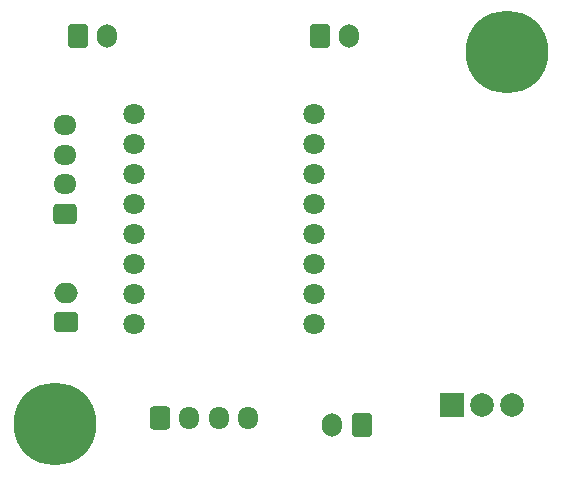
<source format=gbs>
G04 #@! TF.GenerationSoftware,KiCad,Pcbnew,9.0.2-9.0.2-0~ubuntu24.04.1*
G04 #@! TF.CreationDate,2025-05-09T21:26:21+01:00*
G04 #@! TF.ProjectId,can-bus-kicad,63616e2d-6275-4732-9d6b-696361642e6b,rev?*
G04 #@! TF.SameCoordinates,Original*
G04 #@! TF.FileFunction,Soldermask,Bot*
G04 #@! TF.FilePolarity,Negative*
%FSLAX46Y46*%
G04 Gerber Fmt 4.6, Leading zero omitted, Abs format (unit mm)*
G04 Created by KiCad (PCBNEW 9.0.2-9.0.2-0~ubuntu24.04.1) date 2025-05-09 21:26:21*
%MOMM*%
%LPD*%
G01*
G04 APERTURE LIST*
G04 Aperture macros list*
%AMRoundRect*
0 Rectangle with rounded corners*
0 $1 Rounding radius*
0 $2 $3 $4 $5 $6 $7 $8 $9 X,Y pos of 4 corners*
0 Add a 4 corners polygon primitive as box body*
4,1,4,$2,$3,$4,$5,$6,$7,$8,$9,$2,$3,0*
0 Add four circle primitives for the rounded corners*
1,1,$1+$1,$2,$3*
1,1,$1+$1,$4,$5*
1,1,$1+$1,$6,$7*
1,1,$1+$1,$8,$9*
0 Add four rect primitives between the rounded corners*
20,1,$1+$1,$2,$3,$4,$5,0*
20,1,$1+$1,$4,$5,$6,$7,0*
20,1,$1+$1,$6,$7,$8,$9,0*
20,1,$1+$1,$8,$9,$2,$3,0*%
G04 Aperture macros list end*
%ADD10RoundRect,0.250000X0.725000X-0.600000X0.725000X0.600000X-0.725000X0.600000X-0.725000X-0.600000X0*%
%ADD11O,1.950000X1.700000*%
%ADD12RoundRect,0.250000X-0.600000X-0.725000X0.600000X-0.725000X0.600000X0.725000X-0.600000X0.725000X0*%
%ADD13O,1.700000X1.950000*%
%ADD14RoundRect,0.250000X-0.600000X-0.750000X0.600000X-0.750000X0.600000X0.750000X-0.600000X0.750000X0*%
%ADD15O,1.700000X2.000000*%
%ADD16C,0.800000*%
%ADD17C,7.000000*%
%ADD18R,2.000000X2.000000*%
%ADD19C,2.000000*%
%ADD20RoundRect,0.250000X0.600000X0.750000X-0.600000X0.750000X-0.600000X-0.750000X0.600000X-0.750000X0*%
%ADD21C,1.804000*%
%ADD22RoundRect,0.250000X0.750000X-0.600000X0.750000X0.600000X-0.750000X0.600000X-0.750000X-0.600000X0*%
%ADD23O,2.000000X1.700000*%
G04 APERTURE END LIST*
D10*
G04 #@! TO.C,J6*
X101210000Y-87830000D03*
D11*
X101210000Y-85330000D03*
X101210000Y-82830000D03*
X101210000Y-80330000D03*
G04 #@! TD*
D12*
G04 #@! TO.C,J4*
X109200000Y-105100000D03*
D13*
X111700000Y-105100000D03*
X114200000Y-105100000D03*
X116700000Y-105100000D03*
G04 #@! TD*
D14*
G04 #@! TO.C,J3*
X102250000Y-72750000D03*
D15*
X104750000Y-72750000D03*
G04 #@! TD*
D16*
G04 #@! TO.C,H1*
X136005000Y-74135000D03*
X136773845Y-72278845D03*
X136773845Y-75991155D03*
X138630000Y-71510000D03*
D17*
X138630000Y-74135000D03*
D16*
X138630000Y-76760000D03*
X140486155Y-72278845D03*
X140486155Y-75991155D03*
X141255000Y-74135000D03*
G04 #@! TD*
D18*
G04 #@! TO.C,J2*
X133960000Y-104000000D03*
D19*
X136500000Y-104000000D03*
X139040000Y-104000000D03*
G04 #@! TD*
D14*
G04 #@! TO.C,J1*
X122750000Y-72750000D03*
D15*
X125250000Y-72750000D03*
G04 #@! TD*
D16*
G04 #@! TO.C,H2*
X97690000Y-105650000D03*
X98458845Y-103793845D03*
X98458845Y-107506155D03*
X100315000Y-103025000D03*
D17*
X100315000Y-105650000D03*
D16*
X100315000Y-108275000D03*
X102171155Y-103793845D03*
X102171155Y-107506155D03*
X102940000Y-105650000D03*
G04 #@! TD*
D20*
G04 #@! TO.C,J5*
X126300000Y-105700000D03*
D15*
X123800000Y-105700000D03*
G04 #@! TD*
D21*
G04 #@! TO.C,U1*
X122300000Y-97190000D03*
X122300000Y-94650000D03*
X122300000Y-92110000D03*
X122300000Y-89570000D03*
X122300000Y-84490000D03*
X122300000Y-87030000D03*
X107060000Y-79410000D03*
X122300000Y-79410000D03*
X107060000Y-81950000D03*
X107060000Y-84490000D03*
X107060000Y-87030000D03*
X107060000Y-89570000D03*
X107060000Y-92110000D03*
X107060000Y-94650000D03*
X107060000Y-97190000D03*
X122300000Y-81950000D03*
G04 #@! TD*
D22*
G04 #@! TO.C,J7*
X101250000Y-97000000D03*
D23*
X101250000Y-94500000D03*
G04 #@! TD*
M02*

</source>
